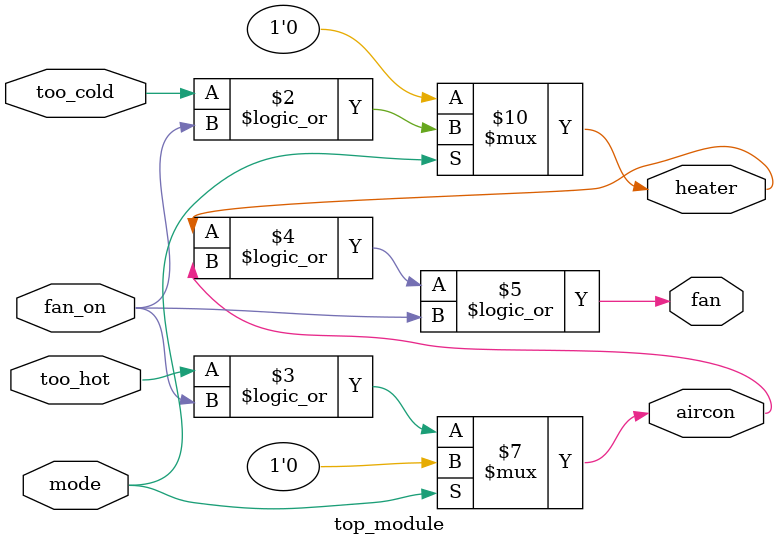
<source format=sv>
module top_module(
    input mode,
    input too_cold,
    input too_hot,
    input fan_on,
    output heater,
    output aircon,
    output fan
);

reg heater;
reg aircon;
reg fan;

always @(*) begin
    if (mode) begin
        heater = too_cold || fan_on;
        aircon = 0;
    end else begin
        heater = 0;
        aircon = too_hot || fan_on;
    end

    fan = heater || aircon || fan_on;
end

endmodule

</source>
